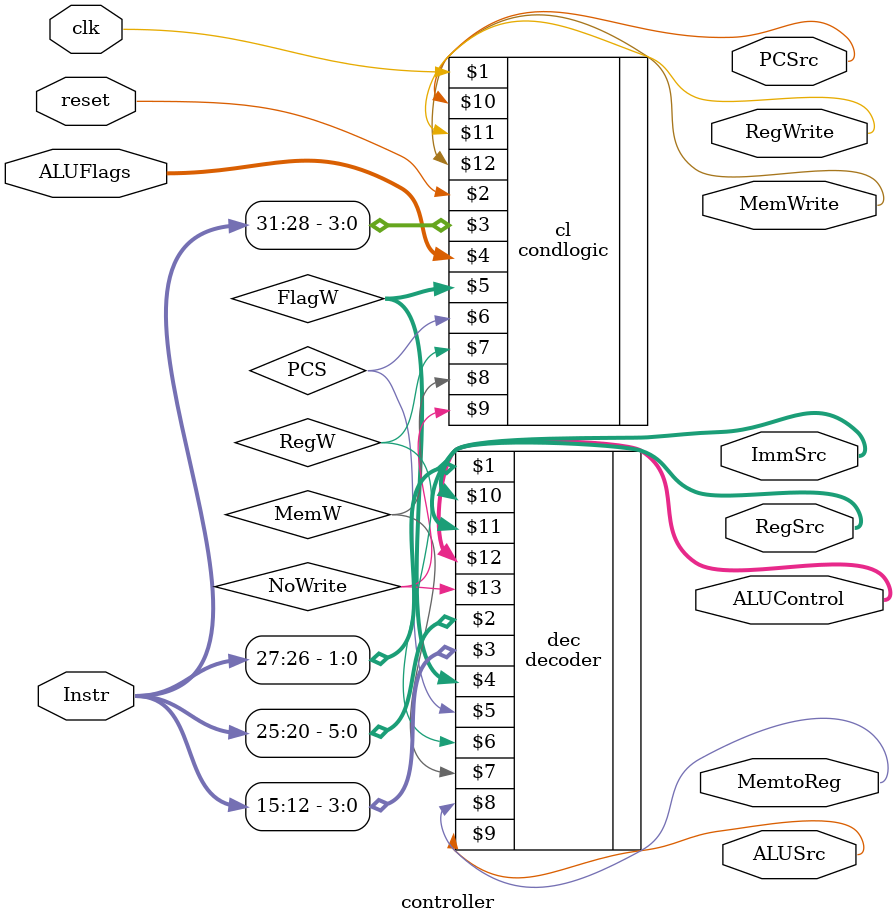
<source format=sv>
module controller(input logic clk, reset,
	input logic [31:12] Instr,
	input logic [3:0] ALUFlags,
	output logic [1:0] RegSrc,
	output logic RegWrite,
	output logic [1:0] ImmSrc,
	output logic ALUSrc,
	output logic [3:0] ALUControl,
	output logic MemWrite, MemtoReg,
	output logic PCSrc);
	
logic [1:0] FlagW;
logic PCS, RegW, MemW, NoWrite;

decoder dec(Instr[27:26], Instr[25:20], Instr[15:12],FlagW, PCS, RegW, MemW, MemtoReg, ALUSrc, ImmSrc, RegSrc, ALUControl,NoWrite);

condlogic cl(clk, reset, Instr[31:28], ALUFlags,FlagW, PCS, RegW, MemW, NoWrite,PCSrc, RegWrite, MemWrite);

endmodule

</source>
